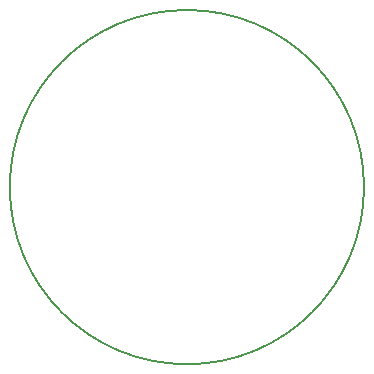
<source format=gbr>
G04 #@! TF.FileFunction,Profile,NP*
%FSLAX46Y46*%
G04 Gerber Fmt 4.6, Leading zero omitted, Abs format (unit mm)*
G04 Created by KiCad (PCBNEW 4.0.7) date 07/05/18 15:34:05*
%MOMM*%
%LPD*%
G01*
G04 APERTURE LIST*
%ADD10C,0.100000*%
%ADD11C,0.150000*%
G04 APERTURE END LIST*
D10*
D11*
X184540436Y-83667600D02*
G75*
G03X184540436Y-83667600I-14995436J0D01*
G01*
M02*

</source>
